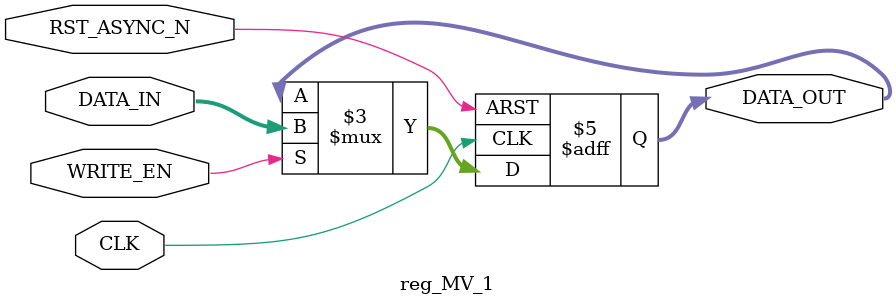
<source format=v>
/*-----------------------------------------------------------------------------------
* File: reg_MV_1.v
* Date generated: 25/03/2023
* Date modified: 10/05/2023
* Author: Bruna Suemi Nagai
* Description: Stores the input Motion Vector 1. MSBs: horizontal, LSBs: vertical
*----------------------------------------------------------------------------------- */

module reg_MV_1 (
    CLK,
    RST_ASYNC_N, 
    WRITE_EN,
    DATA_IN,  
    DATA_OUT
);


// ------------------------------------------
// IO declaration
// ------------------------------------------
    input CLK;                              // Clock
    input RST_ASYNC_N;						// Asynchronous reset
    input WRITE_EN;							// Enables writing
    input signed [7:0] DATA_IN;			// Data in
    output reg signed [7:0] DATA_OUT;	    // Data out
    

// ------------------------------------------
// Sequential logic
// ------------------------------------------
always @(posedge CLK, negedge RST_ASYNC_N) begin
if (!RST_ASYNC_N)                        // If rst async is low
    begin
            DATA_OUT <= 8'b0;
    end
    
    else if (WRITE_EN) 		 			    // If write enable is high
    begin
        DATA_OUT <= DATA_IN; 			    // Write data to the register at the specified address
    end 
end

endmodule // reg_MV_1
    
</source>
